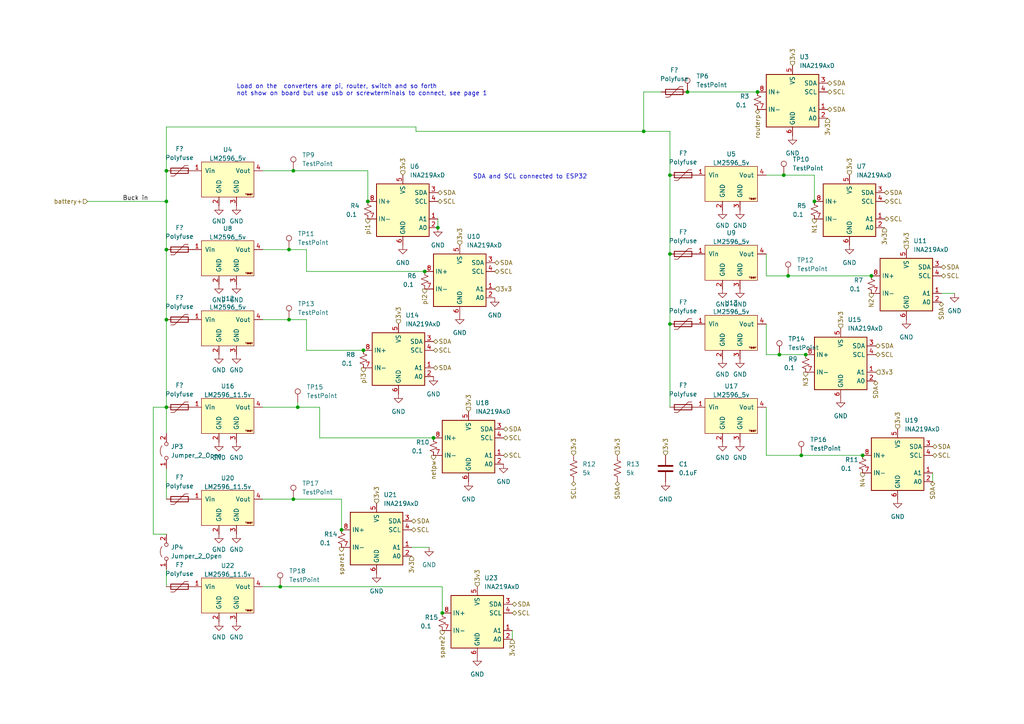
<source format=kicad_sch>
(kicad_sch (version 20211123) (generator eeschema)
  (paper "A4")
  (lib_symbols
    (symbol "Analog_ADC:INA219AxD"
      (property "Reference" "U" (at -6.35 8.89 0))
      (property "Value" "INA219AxD" (at 5.08 8.89 0))
      (symbol "INA219AxD_0_1"
        (rectangle (start -7.62 7.62) (end 7.62 -7.62) (stroke (width 0.254)) (fill (type background)))
      )
      (symbol "INA219AxD_1_1"
        (pin input line (at 10.16 -2.54 180) (length 2.54) (name "A1") (number "1"))
        (pin input line (at 10.16 -5.08 180) (length 2.54) (name "A0") (number "2"))
        (pin bidirectional line (at 10.16 5.08 180) (length 2.54) (name "SDA") (number "3"))
        (pin input line (at 10.16 2.54 180) (length 2.54) (name "SCL") (number "4"))
        (pin power_in line (at 0 10.16 270) (length 2.54) (name "VS") (number "5"))
        (pin power_in line (at 0 -10.16 90) (length 2.54) (name "GND") (number "6"))
        (pin input line (at -10.16 -2.54 0) (length 2.54) (name "IN-") (number "7"))
        (pin input line (at -10.16 2.54 0) (length 2.54) (name "IN+") (number "8"))
      )
    )
    (symbol "Connector:TestPoint" (pin_numbers hide) (pin_names (offset 0.762) hide)
      (property "Reference" "TP" (at 0 6.858 0))
      (property "Value" "TestPoint" (at 0 5.08 0))
      (symbol "TestPoint_0_1"
        (circle (center 0 3.302) (radius 0.762))
      )
      (symbol "TestPoint_1_1"
        (pin passive line (at 0 0 90) (length 2.54) (name "1") (number "1"))
      )
    )
    (symbol "Device:C" (pin_numbers hide) (pin_names (offset 0.254))
      (property "Reference" "C" (at 0.635 2.54 0))
      (property "Value" "C" (at 0.635 -2.54 0))
      (symbol "C_0_1"
        (polyline (pts (xy -2.032 -0.762) (xy 2.032 -0.762)) (stroke (width 0.508)))
        (polyline (pts (xy -2.032 0.762) (xy 2.032 0.762)) (stroke (width 0.508)))
      )
      (symbol "C_1_1"
        (pin passive line (at 0 3.81 270) (length 2.794) (name "~") (number "1"))
        (pin passive line (at 0 -3.81 90) (length 2.794) (name "~") (number "2"))
      )
    )
    (symbol "Device:Polyfuse" (pin_numbers hide) (pin_names (offset 0))
      (property "Reference" "F" (at -2.54 0 90))
      (property "Value" "Polyfuse" (at 2.54 0 90))
      (symbol "Polyfuse_0_1"
        (rectangle (start -0.762 2.54) (end 0.762 -2.54) (stroke (width 0.254)))
        (polyline (pts (xy 0 2.54) (xy 0 -2.54)))
        (polyline (pts (xy -1.524 2.54) (xy -1.524 1.524) (xy 1.524 -1.524) (xy 1.524 -2.54)))
      )
      (symbol "Polyfuse_1_1"
        (pin passive line (at 0 3.81 270) (length 1.27) (name "~") (number "1"))
        (pin passive line (at 0 -3.81 90) (length 1.27) (name "~") (number "2"))
      )
    )
    (symbol "Device:R_Small_US" (pin_numbers hide) (pin_names (offset 0.254) hide)
      (property "Reference" "R" (at 0.762 0.508 0))
      (property "Value" "R_Small_US" (at 0.762 -1.016 0))
      (symbol "R_Small_US_1_1"
        (polyline (pts (xy 0 0) (xy 1.016 -0.381) (xy 0 -0.762) (xy -1.016 -1.143) (xy 0 -1.524)))
        (polyline (pts (xy 0 1.524) (xy 1.016 1.143) (xy 0 0.762) (xy -1.016 0.381) (xy 0 0)))
        (pin passive line (at 0 2.54 270) (length 1.016) (name "~") (number "1"))
        (pin passive line (at 0 -2.54 90) (length 1.016) (name "~") (number "2"))
      )
    )
    (symbol "Device:R_US" (pin_numbers hide) (pin_names (offset 0))
      (property "Reference" "R" (at 2.54 0 90))
      (property "Value" "R_US" (at -2.54 0 90))
      (symbol "R_US_0_1"
        (polyline (pts (xy 0 -2.286) (xy 0 -2.54)))
        (polyline (pts (xy 0 2.286) (xy 0 2.54)))
        (polyline (pts (xy 0 -0.762) (xy 1.016 -1.143) (xy 0 -1.524) (xy -1.016 -1.905) (xy 0 -2.286)))
        (polyline (pts (xy 0 0.762) (xy 1.016 0.381) (xy 0 0) (xy -1.016 -0.381) (xy 0 -0.762)))
        (polyline (pts (xy 0 2.286) (xy 1.016 1.905) (xy 0 1.524) (xy -1.016 1.143) (xy 0 0.762)))
      )
      (symbol "R_US_1_1"
        (pin passive line (at 0 3.81 270) (length 1.27) (name "~") (number "1"))
        (pin passive line (at 0 -3.81 90) (length 1.27) (name "~") (number "2"))
      )
    )
    (symbol "Jumper:Jumper_2_Open" (pin_names (offset 0) hide)
      (property "Reference" "JP" (at 0 2.794 0))
      (property "Value" "Jumper_2_Open" (at 0 -2.286 0))
      (symbol "Jumper_2_Open_0_0"
        (circle (center -2.032 0) (radius 0.508))
        (circle (center 2.032 0) (radius 0.508))
      )
      (symbol "Jumper_2_Open_0_1"
        (arc (start 1.524 1.27) (mid 0 1.778) (end -1.524 1.27))
      )
      (symbol "Jumper_2_Open_1_1"
        (pin passive line (at -5.08 0 0) (length 2.54) (name "A") (number "1"))
        (pin passive line (at 5.08 0 180) (length 2.54) (name "B") (number "2"))
      )
    )
    (symbol "power:GND" (power) (pin_names (offset 0))
      (property "Value" "GND" (at 0 -3.81 0))
      (symbol "GND_0_1"
        (polyline (pts (xy 0 0) (xy 0 -1.27) (xy 1.27 -1.27) (xy 0 -2.54) (xy -1.27 -1.27) (xy 0 -1.27)))
      )
      (symbol "GND_1_1"
        (pin power_in line (at 0 0 270) (length 0) hide (name "GND") (number "1"))
      )
    )
    (symbol "powermanagement:YAAJ_DCDC_StepDown_LM2596" (pin_names (offset 1.016))
      (property "Reference" "U" (at -5.08 6.35 0))
      (property "Value" "YAAJ_DCDC_StepDown_LM2596" (at 0 11.43 0))
      (symbol "YAAJ_DCDC_StepDown_LM2596_0_1"
        (rectangle (start -7.62 5.08) (end 7.62 -5.08) (fill (type background)))
      )
      (symbol "YAAJ_DCDC_StepDown_LM2596_1_1"
        (text "Y@@V" (at 6.1976 -4.2672 0) (effects (font (size 0.508 0.508))))
        (pin power_in line (at -10.16 2.54 0) (length 2.54) (name "Vin") (number "1"))
        (pin power_in line (at -2.54 -7.62 90) (length 2.54) (name "GND") (number "2"))
        (pin power_in line (at 2.54 -7.62 90) (length 2.54) (name "GND") (number "3"))
        (pin power_out line (at 10.16 2.54 180) (length 2.54) (name "Vout") (number "4"))
      )
    )
  )
  (junction (at 219.71 26.67))
  (junction (at 125.73 127))
  (junction (at 227.33 50.8))
  (junction (at 199.39 26.67))
  (junction (at 81.28 170.18))
  (junction (at 228.6 80.01))
  (junction (at 236.22 58.42))
  (junction (at 128.27 177.8))
  (junction (at 105.41 101.6))
  (junction (at 83.82 72.39))
  (junction (at 99.06 153.67))
  (junction (at 48.26 72.39))
  (junction (at 48.26 118.11))
  (junction (at 85.09 49.53))
  (junction (at 83.82 92.71))
  (junction (at 123.19 78.74))
  (junction (at 86.36 118.11))
  (junction (at 48.26 92.71))
  (junction (at 48.26 49.53))
  (junction (at 233.68 102.87))
  (junction (at 250.19 132.08))
  (junction (at 194.31 73.66))
  (junction (at 226.06 102.87))
  (junction (at 127 66.04))
  (junction (at 106.68 58.42))
  (junction (at 194.31 93.98))
  (junction (at 232.41 132.08))
  (junction (at 186.69 38.1))
  (junction (at 194.31 50.8))
  (junction (at 85.09 144.78))
  (junction (at 48.26 58.42))
  (junction (at 252.73 80.01))
  (wire (pts (xy 222.25 102.87) (xy 222.25 93.98)))
  (wire (pts (xy 44.45 118.11) (xy 44.45 154.94)))
  (wire (pts (xy 88.9 101.6) (xy 88.9 92.71)))
  (wire (pts (xy 250.19 132.08) (xy 232.41 132.08)))
  (wire (pts (xy 25.4 58.42) (xy 48.26 58.42)))
  (wire (pts (xy 76.2 49.53) (xy 85.09 49.53)))
  (wire (pts (xy 270.51 137.16) (xy 270.51 139.7)))
  (wire (pts (xy 273.05 85.09) (xy 276.86 85.09)))
  (wire (pts (xy 123.19 78.74) (xy 88.9 78.74)))
  (wire (pts (xy 48.26 58.42) (xy 48.26 72.39)))
  (wire (pts (xy 236.22 58.42) (xy 236.22 50.8)))
  (wire (pts (xy 48.26 36.83) (xy 120.65 36.83)))
  (wire (pts (xy 199.39 26.67) (xy 219.71 26.67)))
  (wire (pts (xy 194.31 38.1) (xy 194.31 50.8)))
  (wire (pts (xy 236.22 50.8) (xy 227.33 50.8)))
  (wire (pts (xy 233.68 102.87) (xy 226.06 102.87)))
  (wire (pts (xy 86.36 118.11) (xy 92.71 118.11)))
  (wire (pts (xy 232.41 132.08) (xy 222.25 132.08)))
  (wire (pts (xy 88.9 78.74) (xy 88.9 72.39)))
  (wire (pts (xy 83.82 92.71) (xy 88.9 92.71)))
  (wire (pts (xy 48.26 165.1) (xy 48.26 170.18)))
  (wire (pts (xy 120.65 38.1) (xy 120.65 36.83)))
  (wire (pts (xy 222.25 132.08) (xy 222.25 118.11)))
  (wire (pts (xy 48.26 118.11) (xy 44.45 118.11)))
  (wire (pts (xy 186.69 26.67) (xy 191.77 26.67)))
  (wire (pts (xy 86.36 116.84) (xy 86.36 118.11)))
  (wire (pts (xy 228.6 80.01) (xy 222.25 80.01)))
  (wire (pts (xy 222.25 80.01) (xy 222.25 73.66)))
  (wire (pts (xy 48.26 49.53) (xy 48.26 58.42)))
  (wire (pts (xy 48.26 92.71) (xy 48.26 118.11)))
  (wire (pts (xy 48.26 118.11) (xy 48.26 125.73)))
  (wire (pts (xy 83.82 72.39) (xy 88.9 72.39)))
  (wire (pts (xy 76.2 92.71) (xy 83.82 92.71)))
  (wire (pts (xy 194.31 73.66) (xy 194.31 93.98)))
  (wire (pts (xy 194.31 50.8) (xy 194.31 73.66)))
  (wire (pts (xy 186.69 38.1) (xy 120.65 38.1)))
  (wire (pts (xy 105.41 101.6) (xy 88.9 101.6)))
  (wire (pts (xy 48.26 72.39) (xy 48.26 92.71)))
  (wire (pts (xy 76.2 118.11) (xy 86.36 118.11)))
  (wire (pts (xy 81.28 170.18) (xy 128.27 170.18)))
  (wire (pts (xy 44.45 154.94) (xy 48.26 154.94)))
  (wire (pts (xy 48.26 49.53) (xy 48.26 36.83)))
  (wire (pts (xy 119.38 158.75) (xy 124.46 158.75)))
  (wire (pts (xy 125.73 127) (xy 92.71 127)))
  (wire (pts (xy 226.06 102.87) (xy 222.25 102.87)))
  (wire (pts (xy 85.09 144.78) (xy 99.06 144.78)))
  (wire (pts (xy 252.73 80.01) (xy 228.6 80.01)))
  (wire (pts (xy 148.59 182.88) (xy 148.59 185.42)))
  (wire (pts (xy 76.2 144.78) (xy 85.09 144.78)))
  (wire (pts (xy 128.27 170.18) (xy 128.27 177.8)))
  (wire (pts (xy 92.71 127) (xy 92.71 118.11)))
  (wire (pts (xy 127 63.5) (xy 127 66.04)))
  (wire (pts (xy 85.09 49.53) (xy 106.68 49.53)))
  (wire (pts (xy 186.69 38.1) (xy 194.31 38.1)))
  (wire (pts (xy 194.31 93.98) (xy 194.31 118.11)))
  (wire (pts (xy 106.68 58.42) (xy 106.68 49.53)))
  (wire (pts (xy 227.33 50.8) (xy 222.25 50.8)))
  (wire (pts (xy 76.2 170.18) (xy 81.28 170.18)))
  (wire (pts (xy 76.2 72.39) (xy 83.82 72.39)))
  (wire (pts (xy 186.69 38.1) (xy 186.69 26.67)))
  (wire (pts (xy 99.06 144.78) (xy 99.06 153.67)))
  (wire (pts (xy 48.26 135.89) (xy 48.26 144.78)))
  (text "Load on the  converters are pi, router, switch and so forth\nnot show on board but use usb or screwterminals to connect, see page 1\n" (at 68.58 27.94 0) (effects (font (size 1.27 1.27)) (justify left bottom)))
  (text "SDA and SCL connected to ESP32" (at 137.16 52.07 0) (effects (font (size 1.27 1.27)) (justify left bottom)))
  (label "Buck in" (at 35.56 58.42 0))
  (hierarchical_label "SDA" (shape bidirectional) (at 119.38 151.13 0))
  (hierarchical_label "SDA" (shape bidirectional) (at 256.54 55.88 0))
  (hierarchical_label "SDA" (shape bidirectional) (at 146.05 124.46 0))
  (hierarchical_label "SCL" (shape bidirectional) (at 127 58.42 0))
  (hierarchical_label "SCL" (shape bidirectional) (at 273.05 80.01 0))
  (hierarchical_label "3v3" (shape input) (at 148.59 185.42 270))
  (hierarchical_label "SDA" (shape bidirectional) (at 125.73 99.06 0))
  (hierarchical_label "SCL" (shape bidirectional) (at 256.54 63.5 0))
  (hierarchical_label "SCL" (shape bidirectional) (at 125.73 101.6 0))
  (hierarchical_label "SCL" (shape bidirectional) (at 270.51 132.08 0))
  (hierarchical_label "3v3" (shape input) (at 143.51 83.82 0))
  (hierarchical_label "pi2" (shape output) (at 123.19 83.82 270))
  (hierarchical_label "3v3" (shape input) (at 260.35 124.46 90))
  (hierarchical_label "3v3" (shape input) (at 119.38 161.29 270))
  (hierarchical_label "netpw" (shape output) (at 125.73 132.08 270))
  (hierarchical_label "pi3" (shape output) (at 105.41 106.68 270))
  (hierarchical_label "SDA" (shape bidirectional) (at 143.51 76.2 0))
  (hierarchical_label "battery+" (shape input) (at 25.4 58.42 180))
  (hierarchical_label "spare2" (shape output) (at 128.27 182.88 270))
  (hierarchical_label "3v3" (shape input) (at 115.57 93.98 90))
  (hierarchical_label "SDA" (shape bidirectional) (at 179.07 139.7 270))
  (hierarchical_label "3v3" (shape input) (at 135.89 119.38 90))
  (hierarchical_label "SCL" (shape bidirectional) (at 166.37 139.7 270))
  (hierarchical_label "3v3" (shape input) (at 116.84 50.8 90))
  (hierarchical_label "SDA" (shape bidirectional) (at 273.05 77.47 0))
  (hierarchical_label "SDA" (shape bidirectional) (at 125.73 106.68 0))
  (hierarchical_label "3v3" (shape input) (at 193.04 132.08 90))
  (hierarchical_label "3v3" (shape input) (at 109.22 146.05 90))
  (hierarchical_label "SDA" (shape bidirectional) (at 254 100.33 0))
  (hierarchical_label "pi1" (shape output) (at 106.68 63.5 270))
  (hierarchical_label "3v3" (shape input) (at 229.87 19.05 90))
  (hierarchical_label "SCL" (shape bidirectional) (at 254 102.87 0))
  (hierarchical_label "SDA" (shape bidirectional) (at 254 110.49 270))
  (hierarchical_label "SCL" (shape bidirectional) (at 143.51 78.74 0))
  (hierarchical_label "3v3" (shape input) (at 246.38 50.8 90))
  (hierarchical_label "spare1" (shape output) (at 99.06 158.75 270))
  (hierarchical_label "SCL" (shape bidirectional) (at 146.05 132.08 0))
  (hierarchical_label "SCL" (shape bidirectional) (at 146.05 127 0))
  (hierarchical_label "3v3" (shape input) (at 254 107.95 0))
  (hierarchical_label "N3" (shape output) (at 233.68 107.95 270))
  (hierarchical_label "SCL" (shape bidirectional) (at 256.54 58.42 0))
  (hierarchical_label "3v3" (shape input) (at 256.54 66.04 270))
  (hierarchical_label "routerp" (shape bidirectional) (at 219.71 31.75 270))
  (hierarchical_label "SDA" (shape bidirectional) (at 240.03 31.75 0))
  (hierarchical_label "3v3" (shape input) (at 243.84 95.25 90))
  (hierarchical_label "3v3" (shape input) (at 240.03 34.29 270))
  (hierarchical_label "SDA" (shape bidirectional) (at 273.05 87.63 270))
  (hierarchical_label "N1" (shape output) (at 236.22 63.5 270))
  (hierarchical_label "N4" (shape output) (at 250.19 137.16 270))
  (hierarchical_label "SCL" (shape bidirectional) (at 240.03 26.67 0))
  (hierarchical_label "SCL" (shape bidirectional) (at 148.59 177.8 0))
  (hierarchical_label "3v3" (shape input) (at 138.43 170.18 90))
  (hierarchical_label "SDA" (shape bidirectional) (at 270.51 139.7 270))
  (hierarchical_label "SCL" (shape bidirectional) (at 119.38 153.67 0))
  (hierarchical_label "SDA" (shape bidirectional) (at 270.51 129.54 0))
  (hierarchical_label "N2" (shape output) (at 252.73 85.09 270))
  (hierarchical_label "SDA" (shape bidirectional) (at 148.59 175.26 0))
  (hierarchical_label "SDA" (shape bidirectional) (at 240.03 24.13 0))
  (hierarchical_label "3v3" (shape input) (at 166.37 132.08 90))
  (hierarchical_label "3v3" (shape input) (at 133.35 71.12 90))
  (hierarchical_label "3v3" (shape input) (at 262.89 72.39 90))
  (hierarchical_label "3v3" (shape input) (at 179.07 132.08 90))
  (hierarchical_label "SDA" (shape bidirectional) (at 127 55.88 0))
  (symbol (lib_id "power:GND") (at 209.55 83.82 0) (unit 1)
    (property "Reference" "#PWR023" (effects hide))
    (property "Value" "GND" (at 209.55 88.2634 0))
  )
  (symbol (lib_id "power:GND") (at 68.58 82.55 0) (unit 1)
    (property "Reference" "#PWR022" (effects hide))
    (property "Value" "GND" (at 68.58 86.9934 0))
  )
  (symbol (lib_id "Device:Polyfuse") (at 52.07 170.18 90) (unit 1)
    (property "Reference" "F?" (at 52.07 163.83 90))
    (property "Value" "Polyfuse" (at 52.07 166.37 90))
    (property "Purchase" "https://www.digikey.com/en/products/detail/bel-fuse-inc/0ZCF0200AF2C/4156090" (effects hide))
  )
  (symbol (lib_id "power:GND") (at 193.04 139.7 0) (unit 1)
    (property "Reference" "#PWR041" (effects hide))
    (property "Value" "GND" (at 193.04 144.78 0))
  )
  (symbol (lib_id "power:GND") (at 68.58 180.34 0) (unit 1)
    (property "Reference" "#PWR048" (effects hide))
    (property "Value" "GND" (at 68.58 184.7834 0))
  )
  (symbol (lib_id "power:GND") (at 209.55 128.27 0) (unit 1)
    (property "Reference" "#PWR037" (effects hide))
    (property "Value" "GND" (at 209.55 132.7134 0))
  )
  (symbol (lib_id "Device:Polyfuse") (at 198.12 73.66 90) (unit 1)
    (property "Reference" "F?" (at 198.12 67.31 90))
    (property "Value" "Polyfuse" (at 198.12 69.85 90))
    (property "Purchase" "https://www.digikey.com/en/products/detail/bel-fuse-inc/0ZCF0200AF2C/4156090" (effects hide))
  )
  (symbol (lib_id "Connector:TestPoint") (at 86.36 116.84 0) (unit 1)
    (property "Reference" "TP15" (at 88.9 112.2679 0) (effects (justify left)))
    (property "Value" "TestPoint" (at 88.9 114.8079 0) (effects (justify left)))
    (property "Footprint" "TestPoint:TestPoint_Plated_Hole_D2.0mm" (effects hide))
    (property "Purchase" "JUST PAD" (effects hide))
  )
  (symbol (lib_id "Device:Polyfuse") (at 52.07 49.53 90) (unit 1)
    (property "Reference" "F?" (at 52.07 43.18 90))
    (property "Value" "Polyfuse" (at 52.07 45.72 90))
    (property "Purchase" "https://www.digikey.com/en/products/detail/bel-fuse-inc/0ZCF0200AF2C/4156090" (effects hide))
  )
  (symbol (lib_id "power:GND") (at 260.35 144.78 0) (unit 1)
    (property "Reference" "#PWR042" (effects hide))
    (property "Value" "GND" (at 260.35 149.86 0))
  )
  (symbol (lib_id "Connector:TestPoint") (at 228.6 80.01 0) (unit 1)
    (property "Reference" "TP12" (at 231.14 75.4379 0) (effects (justify left)))
    (property "Value" "TestPoint" (at 231.14 77.9779 0) (effects (justify left)))
    (property "Footprint" "TestPoint:TestPoint_Plated_Hole_D2.0mm" (effects hide))
    (property "Purchase" "JUST PAD" (effects hide))
  )
  (symbol (lib_id "power:GND") (at 116.84 71.12 0) (unit 1)
    (property "Reference" "#PWR019" (effects hide))
    (property "Value" "GND" (at 116.84 76.2 0))
  )
  (symbol (lib_id "Device:R_Small_US") (at 252.73 82.55 180) (unit 1)
    (property "Reference" "R7" (at 247.65 81.28 0) (effects (justify right)))
    (property "Value" "0.1" (at 246.38 83.82 0) (effects (justify right)))
    (property "Footprint" "Resistor_SMD:R_2816_7142Metric_Pad3.20x4.45mm_HandSolder" (effects hide))
    (property "Purchase" "https://www.digikey.com/en/products/detail/rohm-semiconductor/GMR320HJCFAR100/14295624?s=N4IgjCBcpgbFoDGUBmBDANgZwKYBoQB7KAbRAFYAGSsSgZhAF0CAHAFyhAGU2AnASwB2AcxABfAgCZKADnIIQySOmz4ipcNQAEAWwDyACx1YmrDpBABVQfzZ6UAWRxosAV145xEkJI1YDroJsWh4mjGJAA" (effects hide))
  )
  (symbol (lib_id "Device:R_Small_US") (at 123.19 81.28 180) (unit 1)
    (property "Reference" "R6" (at 118.11 80.01 0) (effects (justify right)))
    (property "Value" "0.1" (at 116.84 82.55 0) (effects (justify right)))
    (property "Footprint" "Resistor_SMD:R_2816_7142Metric_Pad3.20x4.45mm_HandSolder" (effects hide))
    (property "Purchase" "https://www.digikey.com/en/products/detail/rohm-semiconductor/GMR320HJCFAR100/14295624?s=N4IgjCBcpgbFoDGUBmBDANgZwKYBoQB7KAbRAFYAGSsSgZhAF0CAHAFyhAGU2AnASwB2AcxABfAgCZKADnIIQySOmz4ipcNQAEAWwDyACx1YmrDpBABVQfzZ6UAWRxosAV145xEkJI1YDroJsWh4mjGJAA" (effects hide))
  )
  (symbol (lib_id "Connector:TestPoint") (at 226.06 102.87 0) (unit 1)
    (property "Reference" "TP14" (at 228.6 98.2979 0) (effects (justify left)))
    (property "Value" "TestPoint" (at 228.6 100.8379 0) (effects (justify left)))
    (property "Footprint" "TestPoint:TestPoint_Plated_Hole_D2.0mm" (effects hide))
    (property "Purchase" "JUST PAD" (effects hide))
  )
  (symbol (lib_id "power:GND") (at 63.5 180.34 0) (unit 1)
    (property "Reference" "#PWR047" (effects hide))
    (property "Value" "GND" (at 63.5 184.7834 0))
  )
  (symbol (lib_id "powermanagement:YAAJ_DCDC_StepDown_LM2596") (at 212.09 76.2 0) (unit 1)
    (property "Reference" "U9" (at 212.09 67.5472 0))
    (property "Value" "LM2596_5v" (at 212.09 70.0841 0))
    (property "Footprint" "lm2596:DC_DC_LM2596_small" (effects hide))
    (property "Purchase" "https://www.amazon.com/LM2596-Converter-Module-Supply-1-23V-30V/dp/B008BHBEE0" (effects hide))
  )
  (symbol (lib_id "power:GND") (at 262.89 92.71 0) (unit 1)
    (property "Reference" "#PWR027" (effects hide))
    (property "Value" "GND" (at 262.89 97.79 0))
  )
  (symbol (lib_id "Device:Polyfuse") (at 198.12 93.98 90) (unit 1)
    (property "Reference" "F?" (at 198.12 87.63 90))
    (property "Value" "Polyfuse" (at 198.12 90.17 90))
    (property "Purchase" "https://www.digikey.com/en/products/detail/bel-fuse-inc/0ZCF0200AF2C/4156090" (effects hide))
  )
  (symbol (lib_id "power:GND") (at 214.63 83.82 0) (unit 1)
    (property "Reference" "#PWR024" (effects hide))
    (property "Value" "GND" (at 214.63 88.2634 0))
  )
  (symbol (lib_id "power:GND") (at 63.5 128.27 0) (unit 1)
    (property "Reference" "#PWR035" (effects hide))
    (property "Value" "GND" (at 63.5 132.7134 0))
  )
  (symbol (lib_id "Connector:TestPoint") (at 227.33 50.8 0) (unit 1)
    (property "Reference" "TP10" (at 229.87 46.2279 0) (effects (justify left)))
    (property "Value" "TestPoint" (at 229.87 48.7679 0) (effects (justify left)))
    (property "Footprint" "TestPoint:TestPoint_Plated_Hole_D2.0mm" (effects hide))
    (property "Purchase" "JUST PAD" (effects hide))
  )
  (symbol (lib_id "power:GND") (at 209.55 60.96 0) (unit 1)
    (property "Reference" "#PWR016" (effects hide))
    (property "Value" "GND" (at 209.55 65.4034 0))
  )
  (symbol (lib_id "Device:R_US") (at 166.37 135.89 0) (unit 1)
    (property "Reference" "R12" (at 168.91 134.6199 0) (effects (justify left)))
    (property "Value" "5k" (at 168.91 137.1599 0) (effects (justify left)))
    (property "Footprint" "Resistor_SMD:R_1206_3216Metric_Pad1.30x1.75mm_HandSolder" (effects hide))
    (property "Purchase" "https://www.digikey.com/en/products/detail/yageo/RT1206BRD075KL/5936961" (effects hide))
  )
  (symbol (lib_id "power:GND") (at 124.46 158.75 0) (unit 1)
    (property "Reference" "#PWR045" (effects hide))
    (property "Value" "GND" (at 124.46 163.83 0))
  )
  (symbol (lib_id "power:GND") (at 63.5 82.55 0) (unit 1)
    (property "Reference" "#PWR021" (effects hide))
    (property "Value" "GND" (at 63.5 86.9934 0))
  )
  (symbol (lib_id "Device:R_Small_US") (at 236.22 60.96 180) (unit 1)
    (property "Reference" "R5" (at 231.14 59.69 0) (effects (justify right)))
    (property "Value" "0.1" (at 229.87 62.23 0) (effects (justify right)))
    (property "Footprint" "Resistor_SMD:R_2816_7142Metric_Pad3.20x4.45mm_HandSolder" (effects hide))
    (property "Purchase" "https://www.digikey.com/en/products/detail/rohm-semiconductor/GMR320HJCFAR100/14295624?s=N4IgjCBcpgbFoDGUBmBDANgZwKYBoQB7KAbRAFYAGSsSgZhAF0CAHAFyhAGU2AnASwB2AcxABfAgCZKADnIIQySOmz4ipcNQAEAWwDyACx1YmrDpBABVQfzZ6UAWRxosAV145xEkJI1YDroJsWh4mjGJAA" (effects hide))
  )
  (symbol (lib_id "powermanagement:YAAJ_DCDC_StepDown_LM2596") (at 66.04 172.72 0) (unit 1)
    (property "Reference" "U22" (at 66.04 164.0672 0))
    (property "Value" "LM2596_11.5v" (at 66.04 166.6041 0))
    (property "Footprint" "lm2596:DC_DC_LM2596_small" (effects hide))
    (property "Purchase" "IN LAB" (effects hide))
  )
  (symbol (lib_id "powermanagement:YAAJ_DCDC_StepDown_LM2596") (at 212.09 120.65 0) (unit 1)
    (property "Reference" "U17" (at 212.09 111.9972 0))
    (property "Value" "LM2596_5v" (at 212.09 114.5341 0))
    (property "Footprint" "lm2596:DC_DC_LM2596_small" (effects hide))
    (property "Purchase" "https://www.amazon.com/LM2596-Converter-Module-Supply-1-23V-30V/dp/B008BHBEE0" (effects hide))
  )
  (symbol (lib_id "Device:C") (at 193.04 135.89 0) (unit 1)
    (property "Reference" "C1" (at 196.85 134.6199 0) (effects (justify left)))
    (property "Value" "0.1uF" (at 196.85 137.1599 0) (effects (justify left)))
    (property "Footprint" "Capacitor_SMD:C_1210_3225Metric_Pad1.33x2.70mm_HandSolder" (effects hide))
    (property "Datasheet" "https://www.digikey.com/en/products/detail/kemet/CDR33BX104AKSS7370/3738766" (effects hide))
    (property "Purchase" "https://www.digikey.com/en/products/detail/kemet/CDR33BX104AKUR7370/2657815" (effects hide))
  )
  (symbol (lib_id "power:GND") (at 143.51 86.36 0) (unit 1)
    (property "Reference" "#PWR026" (effects hide))
    (property "Value" "GND" (at 143.51 91.44 0))
  )
  (symbol (lib_id "Analog_ADC:INA219AxD") (at 109.22 156.21 0) (unit 1)
    (property "Reference" "U21" (at 111.2394 143.51 0) (effects (justify left)))
    (property "Value" "INA219AxD" (at 111.2394 146.05 0) (effects (justify left)))
    (property "Footprint" "Package_SO:SOIC-8_3.9x4.9mm_P1.27mm" (effects hide))
    (property "Datasheet" "http://www.ti.com/lit/ds/symlink/ina219.pdf" (effects hide))
    (property "Purchase" "https://www.digikey.com/en/products/detail/texas-instruments/INA219AIDR/1984881" (effects hide))
  )
  (symbol (lib_id "Analog_ADC:INA219AxD") (at 138.43 180.34 0) (unit 1)
    (property "Reference" "U23" (at 140.4494 167.64 0) (effects (justify left)))
    (property "Value" "INA219AxD" (at 140.4494 170.18 0) (effects (justify left)))
    (property "Footprint" "Package_SO:SOIC-8_3.9x4.9mm_P1.27mm" (effects hide))
    (property "Datasheet" "http://www.ti.com/lit/ds/symlink/ina219.pdf" (effects hide))
    (property "Purchase" "https://www.digikey.com/en/products/detail/texas-instruments/INA219AIDR/1984881" (effects hide))
  )
  (symbol (lib_id "power:GND") (at 214.63 60.96 0) (unit 1)
    (property "Reference" "#PWR017" (effects hide))
    (property "Value" "GND" (at 214.63 65.4034 0))
  )
  (symbol (lib_id "Jumper:Jumper_2_Open") (at 48.26 130.81 90) (unit 1)
    (property "Reference" "JP3" (at 49.53 129.5399 90) (effects (justify right)))
    (property "Value" "Jumper_2_Open" (at 49.53 132.0799 90) (effects (justify right)))
    (property "Footprint" "Connector_PinHeader_2.00mm:PinHeader_1x02_P2.00mm_Horizontal" (effects hide))
    (property "Purchase" "NA, JUST pads" (effects hide))
  )
  (symbol (lib_id "powermanagement:YAAJ_DCDC_StepDown_LM2596") (at 66.04 52.07 0) (unit 1)
    (property "Reference" "U4" (at 66.04 43.4172 0))
    (property "Value" "LM2596_5v" (at 66.04 45.9541 0))
    (property "Footprint" "lm2596:DC_DC_LM2596_small" (effects hide))
    (property "Purchase" "https://www.amazon.com/LM2596-Converter-Module-Supply-1-23V-30V/dp/B008BHBEE0" (effects hide))
  )
  (symbol (lib_id "power:GND") (at 133.35 91.44 0) (unit 1)
    (property "Reference" "#PWR0103" (effects hide))
    (property "Value" "GND" (at 133.35 96.52 0))
  )
  (symbol (lib_id "Analog_ADC:INA219AxD") (at 229.87 29.21 0) (unit 1)
    (property "Reference" "U3" (at 231.8894 16.51 0) (effects (justify left)))
    (property "Value" "INA219AxD" (at 231.8894 19.05 0) (effects (justify left)))
    (property "Footprint" "Package_SO:SOIC-8_3.9x4.9mm_P1.27mm" (effects hide))
    (property "Datasheet" "http://www.ti.com/lit/ds/symlink/ina219.pdf" (effects hide))
    (property "Purchase" "https://www.digikey.com/en/products/detail/texas-instruments/INA219AIDR/1984881" (effects hide))
  )
  (symbol (lib_id "Connector:TestPoint") (at 199.39 26.67 0) (unit 1)
    (property "Reference" "TP6" (at 201.93 22.0979 0) (effects (justify left)))
    (property "Value" "TestPoint" (at 201.93 24.6379 0) (effects (justify left)))
    (property "Footprint" "TestPoint:TestPoint_Plated_Hole_D2.0mm" (effects hide))
    (property "Purchase" "JUST PAD" (effects hide))
  )
  (symbol (lib_id "power:GND") (at 63.5 102.87 0) (unit 1)
    (property "Reference" "#PWR028" (effects hide))
    (property "Value" "GND" (at 63.5 107.3134 0))
  )
  (symbol (lib_id "Device:Polyfuse") (at 52.07 92.71 90) (unit 1)
    (property "Reference" "F?" (at 52.07 86.36 90))
    (property "Value" "Polyfuse" (at 52.07 88.9 90))
    (property "Purchase" "https://www.digikey.com/en/products/detail/bel-fuse-inc/0ZCF0200AF2C/4156090" (effects hide))
  )
  (symbol (lib_id "Analog_ADC:INA219AxD") (at 260.35 134.62 0) (unit 1)
    (property "Reference" "U19" (at 262.3694 121.92 0) (effects (justify left)))
    (property "Value" "INA219AxD" (at 262.3694 124.46 0) (effects (justify left)))
    (property "Footprint" "Package_SO:SOIC-8_3.9x4.9mm_P1.27mm" (effects hide))
    (property "Datasheet" "http://www.ti.com/lit/ds/symlink/ina219.pdf" (effects hide))
    (property "Purchase" "https://www.digikey.com/en/products/detail/texas-instruments/INA219AIDR/1984881" (effects hide))
  )
  (symbol (lib_id "power:GND") (at 138.43 190.5 0) (unit 1)
    (property "Reference" "#PWR049" (effects hide))
    (property "Value" "GND" (at 138.43 195.58 0))
  )
  (symbol (lib_id "power:GND") (at 68.58 154.94 0) (unit 1)
    (property "Reference" "#PWR044" (effects hide))
    (property "Value" "GND" (at 68.58 159.3834 0))
  )
  (symbol (lib_id "Device:R_Small_US") (at 99.06 156.21 180) (unit 1)
    (property "Reference" "R14" (at 93.98 154.94 0) (effects (justify right)))
    (property "Value" "0.1" (at 92.71 157.48 0) (effects (justify right)))
    (property "Footprint" "Resistor_SMD:R_2816_7142Metric_Pad3.20x4.45mm_HandSolder" (effects hide))
    (property "Purchase" "https://www.digikey.com/en/products/detail/rohm-semiconductor/GMR320HJCFAR100/14295624?s=N4IgjCBcpgbFoDGUBmBDANgZwKYBoQB7KAbRAFYAGSsSgZhAF0CAHAFyhAGU2AnASwB2AcxABfAgCZKADnIIQySOmz4ipcNQAEAWwDyACx1YmrDpBABVQfzZ6UAWRxosAV145xEkJI1YDroJsWh4mjGJAA" (effects hide))
  )
  (symbol (lib_id "Connector:TestPoint") (at 85.09 49.53 0) (unit 1)
    (property "Reference" "TP9" (at 87.63 44.9579 0) (effects (justify left)))
    (property "Value" "TestPoint" (at 87.63 47.4979 0) (effects (justify left)))
    (property "Footprint" "TestPoint:TestPoint_Plated_Hole_D2.0mm" (effects hide))
    (property "Purchase" "JUST PAD" (effects hide))
  )
  (symbol (lib_id "Analog_ADC:INA219AxD") (at 262.89 82.55 0) (unit 1)
    (property "Reference" "U11" (at 264.9094 69.85 0) (effects (justify left)))
    (property "Value" "INA219AxD" (at 264.9094 72.39 0) (effects (justify left)))
    (property "Footprint" "Package_SO:SOIC-8_3.9x4.9mm_P1.27mm" (effects hide))
    (property "Datasheet" "http://www.ti.com/lit/ds/symlink/ina219.pdf" (effects hide))
    (property "Purchase" "https://www.digikey.com/en/products/detail/texas-instruments/INA219AIDR/1984881" (effects hide))
  )
  (symbol (lib_id "Device:R_Small_US") (at 105.41 104.14 180) (unit 1)
    (property "Reference" "R8" (at 100.33 102.87 0) (effects (justify right)))
    (property "Value" "0.1" (at 99.06 105.41 0) (effects (justify right)))
    (property "Footprint" "Resistor_SMD:R_2816_7142Metric_Pad3.20x4.45mm_HandSolder" (effects hide))
    (property "Purchase" "https://www.digikey.com/en/products/detail/rohm-semiconductor/GMR320HJCFAR100/14295624?s=N4IgjCBcpgbFoDGUBmBDANgZwKYBoQB7KAbRAFYAGSsSgZhAF0CAHAFyhAGU2AnASwB2AcxABfAgCZKADnIIQySOmz4ipcNQAEAWwDyACx1YmrDpBABVQfzZ6UAWRxosAV145xEkJI1YDroJsWh4mjGJAA" (effects hide))
  )
  (symbol (lib_id "powermanagement:YAAJ_DCDC_StepDown_LM2596") (at 66.04 147.32 0) (unit 1)
    (property "Reference" "U20" (at 66.04 138.6672 0))
    (property "Value" "LM2596_11.5v" (at 66.04 141.2041 0))
    (property "Footprint" "lm2596:DC_DC_LM2596_small" (effects hide))
    (property "Purchase" "IN LAB" (effects hide))
  )
  (symbol (lib_id "Device:Polyfuse") (at 195.58 26.67 90) (unit 1)
    (property "Reference" "F?" (at 195.58 20.32 90))
    (property "Value" "Polyfuse" (at 195.58 22.86 90))
    (property "Purchase" "https://www.digikey.com/en/products/detail/bel-fuse-inc/0ZCF0200AF2C/4156090" (effects hide))
  )
  (symbol (lib_id "power:GND") (at 115.57 114.3 0) (unit 1)
    (property "Reference" "#PWR033" (effects hide))
    (property "Value" "GND" (at 115.57 119.38 0))
  )
  (symbol (lib_id "Device:R_Small_US") (at 233.68 105.41 180) (unit 1)
    (property "Reference" "R9" (at 228.6 104.14 0) (effects (justify right)))
    (property "Value" "0.1" (at 227.33 106.68 0) (effects (justify right)))
    (property "Footprint" "Resistor_SMD:R_2816_7142Metric_Pad3.20x4.45mm_HandSolder" (effects hide))
    (property "Purchase" "https://www.digikey.com/en/products/detail/rohm-semiconductor/GMR320HJCFAR100/14295624?s=N4IgjCBcpgbFoDGUBmBDANgZwKYBoQB7KAbRAFYAGSsSgZhAF0CAHAFyhAGU2AnASwB2AcxABfAgCZKADnIIQySOmz4ipcNQAEAWwDyACx1YmrDpBABVQfzZ6UAWRxosAV145xEkJI1YDroJsWh4mjGJAA" (effects hide))
  )
  (symbol (lib_id "power:GND") (at 276.86 85.09 0) (unit 1)
    (property "Reference" "#PWR025" (effects hide))
    (property "Value" "GND" (at 276.86 90.17 0))
  )
  (symbol (lib_id "Analog_ADC:INA219AxD") (at 115.57 104.14 0) (unit 1)
    (property "Reference" "U14" (at 117.5894 91.44 0) (effects (justify left)))
    (property "Value" "INA219AxD" (at 117.5894 93.98 0) (effects (justify left)))
    (property "Footprint" "Package_SO:SOIC-8_3.9x4.9mm_P1.27mm" (effects hide))
    (property "Datasheet" "http://www.ti.com/lit/ds/symlink/ina219.pdf" (effects hide))
    (property "Purchase" "https://www.digikey.com/en/products/detail/texas-instruments/INA219AIDR/1984881" (effects hide))
  )
  (symbol (lib_id "Device:R_Small_US") (at 125.73 129.54 180) (unit 1)
    (property "Reference" "R10" (at 120.65 128.27 0) (effects (justify right)))
    (property "Value" "0.1" (at 119.38 130.81 0) (effects (justify right)))
    (property "Footprint" "Resistor_SMD:R_2816_7142Metric_Pad3.20x4.45mm_HandSolder" (effects hide))
    (property "Purchase" "https://www.digikey.com/en/products/detail/rohm-semiconductor/GMR320HJCFAR100/14295624?s=N4IgjCBcpgbFoDGUBmBDANgZwKYBoQB7KAbRAFYAGSsSgZhAF0CAHAFyhAGU2AnASwB2AcxABfAgCZKADnIIQySOmz4ipcNQAEAWwDyACx1YmrDpBABVQfzZ6UAWRxosAV145xEkJI1YDroJsWh4mjGJAA" (effects hide))
  )
  (symbol (lib_id "power:GND") (at 125.73 109.22 0) (unit 1)
    (property "Reference" "#PWR032" (effects hide))
    (property "Value" "GND" (at 125.73 114.3 0))
  )
  (symbol (lib_id "power:GND") (at 135.89 139.7 0) (unit 1)
    (property "Reference" "#PWR040" (effects hide))
    (property "Value" "GND" (at 135.89 144.78 0))
  )
  (symbol (lib_id "Device:Polyfuse") (at 52.07 144.78 90) (unit 1)
    (property "Reference" "F?" (at 52.07 138.43 90))
    (property "Value" "Polyfuse" (at 52.07 140.97 90))
    (property "Purchase" "https://www.digikey.com/en/products/detail/bel-fuse-inc/0ZCF0200AF2C/4156090" (effects hide))
  )
  (symbol (lib_id "power:GND") (at 63.5 154.94 0) (unit 1)
    (property "Reference" "#PWR043" (effects hide))
    (property "Value" "GND" (at 63.5 159.3834 0))
  )
  (symbol (lib_id "Jumper:Jumper_2_Open") (at 48.26 160.02 90) (unit 1)
    (property "Reference" "JP4" (at 49.53 158.7499 90) (effects (justify right)))
    (property "Value" "Jumper_2_Open" (at 49.53 161.2899 90) (effects (justify right)))
    (property "Footprint" "Connector_PinHeader_2.00mm:PinHeader_1x02_P2.00mm_Horizontal" (effects hide))
    (property "Purchase" "NA, JUST pads" (effects hide))
  )
  (symbol (lib_id "power:GND") (at 109.22 166.37 0) (unit 1)
    (property "Reference" "#PWR046" (effects hide))
    (property "Value" "GND" (at 109.22 171.45 0))
  )
  (symbol (lib_id "Analog_ADC:INA219AxD") (at 246.38 60.96 0) (unit 1)
    (property "Reference" "U7" (at 248.3994 48.26 0) (effects (justify left)))
    (property "Value" "INA219AxD" (at 248.3994 50.8 0) (effects (justify left)))
    (property "Footprint" "Package_SO:SOIC-8_3.9x4.9mm_P1.27mm" (effects hide))
    (property "Datasheet" "http://www.ti.com/lit/ds/symlink/ina219.pdf" (effects hide))
    (property "Purchase" "https://www.digikey.com/en/products/detail/texas-instruments/INA219AIDR/1984881" (effects hide))
  )
  (symbol (lib_id "powermanagement:YAAJ_DCDC_StepDown_LM2596") (at 212.09 53.34 0) (unit 1)
    (property "Reference" "U5" (at 212.09 44.6872 0))
    (property "Value" "LM2596_5v" (at 212.09 47.2241 0))
    (property "Footprint" "lm2596:DC_DC_LM2596_small" (effects hide))
    (property "Purchase" "https://www.amazon.com/LM2596-Converter-Module-Supply-1-23V-30V/dp/B008BHBEE0" (effects hide))
  )
  (symbol (lib_id "power:GND") (at 68.58 102.87 0) (unit 1)
    (property "Reference" "#PWR029" (effects hide))
    (property "Value" "GND" (at 68.58 107.3134 0))
  )
  (symbol (lib_id "power:GND") (at 246.38 71.12 0) (unit 1)
    (property "Reference" "#PWR020" (effects hide))
    (property "Value" "GND" (at 246.38 76.2 0))
  )
  (symbol (lib_id "Device:R_Small_US") (at 128.27 180.34 180) (unit 1)
    (property "Reference" "R15" (at 123.19 179.07 0) (effects (justify right)))
    (property "Value" "0.1" (at 121.92 181.61 0) (effects (justify right)))
    (property "Footprint" "Resistor_SMD:R_2816_7142Metric_Pad3.20x4.45mm_HandSolder" (effects hide))
    (property "Purchase" "https://www.digikey.com/en/products/detail/rohm-semiconductor/GMR320HJCFAR100/14295624?s=N4IgjCBcpgbFoDGUBmBDANgZwKYBoQB7KAbRAFYAGSsSgZhAF0CAHAFyhAGU2AnASwB2AcxABfAgCZKADnIIQySOmz4ipcNQAEAWwDyACx1YmrDpBABVQfzZ6UAWRxosAV145xEkJI1YDroJsWh4mjGJAA" (effects hide))
  )
  (symbol (lib_id "Analog_ADC:INA219AxD") (at 133.35 81.28 0) (unit 1)
    (property "Reference" "U10" (at 135.3694 68.58 0) (effects (justify left)))
    (property "Value" "INA219AxD" (at 135.3694 71.12 0) (effects (justify left)))
    (property "Footprint" "Package_SO:SOIC-8_3.9x4.9mm_P1.27mm" (effects hide))
    (property "Datasheet" "http://www.ti.com/lit/ds/symlink/ina219.pdf" (effects hide))
    (property "Purchase" "https://www.digikey.com/en/products/detail/texas-instruments/INA219AIDR/1984881" (effects hide))
  )
  (symbol (lib_id "Device:Polyfuse") (at 52.07 118.11 90) (unit 1)
    (property "Reference" "F?" (at 52.07 111.76 90))
    (property "Value" "Polyfuse" (at 52.07 114.3 90))
    (property "Purchase" "https://www.digikey.com/en/products/detail/bel-fuse-inc/0ZCF0200AF2C/4156090" (effects hide))
  )
  (symbol (lib_id "power:GND") (at 127 66.04 0) (unit 1)
    (property "Reference" "#PWR018" (effects hide))
    (property "Value" "GND" (at 127 71.12 0))
  )
  (symbol (lib_id "Device:R_Small_US") (at 106.68 60.96 180) (unit 1)
    (property "Reference" "R4" (at 101.6 59.69 0) (effects (justify right)))
    (property "Value" "0.1" (at 100.33 62.23 0) (effects (justify right)))
    (property "Footprint" "Resistor_SMD:R_2816_7142Metric_Pad3.20x4.45mm_HandSolder" (effects hide))
    (property "Purchase" "https://www.digikey.com/en/products/detail/rohm-semiconductor/GMR320HJCFAR100/14295624?s=N4IgjCBcpgbFoDGUBmBDANgZwKYBoQB7KAbRAFYAGSsSgZhAF0CAHAFyhAGU2AnASwB2AcxABfAgCZKADnIIQySOmz4ipcNQAEAWwDyACx1YmrDpBABVQfzZ6UAWRxosAV145xEkJI1YDroJsWh4mjGJAA" (effects hide))
  )
  (symbol (lib_id "Device:Polyfuse") (at 52.07 72.39 90) (unit 1)
    (property "Reference" "F?" (at 52.07 66.04 90))
    (property "Value" "Polyfuse" (at 52.07 68.58 90))
    (property "Purchase" "https://www.digikey.com/en/products/detail/bel-fuse-inc/0ZCF0200AF2C/4156090" (effects hide))
  )
  (symbol (lib_id "powermanagement:YAAJ_DCDC_StepDown_LM2596") (at 66.04 74.93 0) (unit 1)
    (property "Reference" "U8" (at 66.04 66.2772 0))
    (property "Value" "LM2596_5v" (at 66.04 68.8141 0))
    (property "Footprint" "lm2596:DC_DC_LM2596_small" (effects hide))
    (property "Purchase" "https://www.amazon.com/LM2596-Converter-Module-Supply-1-23V-30V/dp/B008BHBEE0" (effects hide))
  )
  (symbol (lib_id "Analog_ADC:INA219AxD") (at 135.89 129.54 0) (unit 1)
    (property "Reference" "U18" (at 137.9094 116.84 0) (effects (justify left)))
    (property "Value" "INA219AxD" (at 137.9094 119.38 0) (effects (justify left)))
    (property "Footprint" "Package_SO:SOIC-8_3.9x4.9mm_P1.27mm" (effects hide))
    (property "Datasheet" "http://www.ti.com/lit/ds/symlink/ina219.pdf" (effects hide))
    (property "Purchase" "https://www.digikey.com/en/products/detail/texas-instruments/INA219AIDR/1984881" (effects hide))
  )
  (symbol (lib_id "Analog_ADC:INA219AxD") (at 116.84 60.96 0) (unit 1)
    (property "Reference" "U6" (at 118.8594 48.26 0) (effects (justify left)))
    (property "Value" "INA219AxD" (at 118.8594 50.8 0) (effects (justify left)))
    (property "Footprint" "Package_SO:SOIC-8_3.9x4.9mm_P1.27mm" (effects hide))
    (property "Datasheet" "http://www.ti.com/lit/ds/symlink/ina219.pdf" (effects hide))
    (property "Purchase" "https://www.digikey.com/en/products/detail/texas-instruments/INA219AIDR/1984881" (effects hide))
  )
  (symbol (lib_id "powermanagement:YAAJ_DCDC_StepDown_LM2596") (at 66.04 95.25 0) (unit 1)
    (property "Reference" "U12" (at 66.04 86.5972 0))
    (property "Value" "LM2596_5v" (at 66.04 89.1341 0))
    (property "Footprint" "lm2596:DC_DC_LM2596_small" (effects hide))
    (property "Purchase" "https://www.amazon.com/LM2596-Converter-Module-Supply-1-23V-30V/dp/B008BHBEE0" (effects hide))
  )
  (symbol (lib_id "Device:R_Small_US") (at 219.71 29.21 180) (unit 1)
    (property "Reference" "R3" (at 214.63 27.94 0) (effects (justify right)))
    (property "Value" "0.1" (at 213.36 30.48 0) (effects (justify right)))
    (property "Footprint" "Resistor_SMD:R_2816_7142Metric_Pad3.20x4.45mm_HandSolder" (effects hide))
    (property "Purchase" "https://www.digikey.com/en/products/detail/rohm-semiconductor/GMR320HJCFAR100/14295624?s=N4IgjCBcpgbFoDGUBmBDANgZwKYBoQB7KAbRAFYAGSsSgZhAF0CAHAFyhAGU2AnASwB2AcxABfAgCZKADnIIQySOmz4ipcNQAEAWwDyACx1YmrDpBABVQfzZ6UAWRxosAV145xEkJI1YDroJsWh4mjGJAA" (effects hide))
  )
  (symbol (lib_id "Device:Polyfuse") (at 198.12 50.8 90) (unit 1)
    (property "Reference" "F?" (at 198.12 44.45 90))
    (property "Value" "Polyfuse" (at 198.12 46.99 90))
    (property "Purchase" "https://www.digikey.com/en/products/detail/bel-fuse-inc/0ZCF0200AF2C/4156090" (effects hide))
  )
  (symbol (lib_id "Connector:TestPoint") (at 85.09 144.78 0) (unit 1)
    (property "Reference" "TP17" (at 87.63 140.2079 0) (effects (justify left)))
    (property "Value" "TestPoint" (at 87.63 142.7479 0) (effects (justify left)))
    (property "Footprint" "TestPoint:TestPoint_Plated_Hole_D2.0mm" (effects hide))
    (property "Purchase" "JUST PAD" (effects hide))
  )
  (symbol (lib_id "Connector:TestPoint") (at 232.41 132.08 0) (unit 1)
    (property "Reference" "TP16" (at 234.95 127.5079 0) (effects (justify left)))
    (property "Value" "TestPoint" (at 234.95 130.0479 0) (effects (justify left)))
    (property "Footprint" "TestPoint:TestPoint_Plated_Hole_D2.0mm" (effects hide))
    (property "Purchase" "JUST PAD" (effects hide))
  )
  (symbol (lib_id "power:GND") (at 68.58 128.27 0) (unit 1)
    (property "Reference" "#PWR036" (effects hide))
    (property "Value" "GND" (at 68.58 132.7134 0))
  )
  (symbol (lib_id "powermanagement:YAAJ_DCDC_StepDown_LM2596") (at 212.09 96.52 0) (unit 1)
    (property "Reference" "U13" (at 212.09 87.8672 0))
    (property "Value" "LM2596_5v" (at 212.09 90.4041 0))
    (property "Footprint" "lm2596:DC_DC_LM2596_small" (effects hide))
    (property "Purchase" "https://www.amazon.com/LM2596-Converter-Module-Supply-1-23V-30V/dp/B008BHBEE0" (effects hide))
  )
  (symbol (lib_id "Analog_ADC:INA219AxD") (at 243.84 105.41 0) (unit 1)
    (property "Reference" "U15" (at 245.8594 92.71 0) (effects (justify left)))
    (property "Value" "INA219AxD" (at 245.8594 95.25 0) (effects (justify left)))
    (property "Footprint" "Package_SO:SOIC-8_3.9x4.9mm_P1.27mm" (effects hide))
    (property "Datasheet" "http://www.ti.com/lit/ds/symlink/ina219.pdf" (effects hide))
    (property "Purchase" "https://www.digikey.com/en/products/detail/texas-instruments/INA219AIDR/1984881" (effects hide))
  )
  (symbol (lib_id "Connector:TestPoint") (at 81.28 170.18 0) (unit 1)
    (property "Reference" "TP18" (at 83.82 165.6079 0) (effects (justify left)))
    (property "Value" "TestPoint" (at 83.82 168.1479 0) (effects (justify left)))
    (property "Footprint" "TestPoint:TestPoint_Plated_Hole_D2.0mm" (effects hide))
    (property "Purchase" "JUST PAD" (effects hide))
  )
  (symbol (lib_id "Device:R_Small_US") (at 250.19 134.62 180) (unit 1)
    (property "Reference" "R11" (at 245.11 133.35 0) (effects (justify right)))
    (property "Value" "0.1" (at 243.84 135.89 0) (effects (justify right)))
    (property "Footprint" "Resistor_SMD:R_2816_7142Metric_Pad3.20x4.45mm_HandSolder" (effects hide))
    (property "Purchase" "https://www.digikey.com/en/products/detail/rohm-semiconductor/GMR320HJCFAR100/14295624?s=N4IgjCBcpgbFoDGUBmBDANgZwKYBoQB7KAbRAFYAGSsSgZhAF0CAHAFyhAGU2AnASwB2AcxABfAgCZKADnIIQySOmz4ipcNQAEAWwDyACx1YmrDpBABVQfzZ6UAWRxosAV145xEkJI1YDroJsWh4mjGJAA" (effects hide))
  )
  (symbol (lib_id "Connector:TestPoint") (at 83.82 92.71 0) (unit 1)
    (property "Reference" "TP13" (at 86.36 88.1379 0) (effects (justify left)))
    (property "Value" "TestPoint" (at 86.36 90.6779 0) (effects (justify left)))
    (property "Footprint" "TestPoint:TestPoint_Plated_Hole_D2.0mm" (effects hide))
    (property "Purchase" "JUST PAD" (effects hide))
  )
  (symbol (lib_id "powermanagement:YAAJ_DCDC_StepDown_LM2596") (at 66.04 120.65 0) (unit 1)
    (property "Reference" "U16" (at 66.04 111.9972 0))
    (property "Value" "LM2596_11.5v" (at 66.04 114.5341 0))
    (property "Footprint" "lm2596:DC_DC_LM2596_small" (effects hide))
    (property "Purchase" "IN LAB" (effects hide))
  )
  (symbol (lib_id "power:GND") (at 214.63 128.27 0) (unit 1)
    (property "Reference" "#PWR038" (effects hide))
    (property "Value" "GND" (at 214.63 132.7134 0))
  )
  (symbol (lib_id "power:GND") (at 68.58 59.69 0) (unit 1)
    (property "Reference" "#PWR015" (effects hide))
    (property "Value" "GND" (at 68.58 64.1334 0))
  )
  (symbol (lib_id "power:GND") (at 229.87 39.37 0) (unit 1)
    (property "Reference" "#PWR013" (effects hide))
    (property "Value" "GND" (at 229.87 44.45 0))
  )
  (symbol (lib_id "power:GND") (at 209.55 104.14 0) (unit 1)
    (property "Reference" "#PWR030" (effects hide))
    (property "Value" "GND" (at 209.55 108.5834 0))
  )
  (symbol (lib_id "Connector:TestPoint") (at 83.82 72.39 0) (unit 1)
    (property "Reference" "TP11" (at 86.36 67.8179 0) (effects (justify left)))
    (property "Value" "TestPoint" (at 86.36 70.3579 0) (effects (justify left)))
    (property "Footprint" "TestPoint:TestPoint_Plated_Hole_D2.0mm" (effects hide))
    (property "Purchase" "JUST PAD" (effects hide))
  )
  (symbol (lib_id "power:GND") (at 146.05 134.62 0) (unit 1)
    (property "Reference" "#PWR039" (effects hide))
    (property "Value" "GND" (at 146.05 139.7 0))
  )
  (symbol (lib_id "power:GND") (at 63.5 59.69 0) (unit 1)
    (property "Reference" "#PWR014" (effects hide))
    (property "Value" "GND" (at 63.5 64.1334 0))
  )
  (symbol (lib_id "Device:R_US") (at 179.07 135.89 0) (unit 1)
    (property "Reference" "R13" (at 181.61 134.6199 0) (effects (justify left)))
    (property "Value" "5k" (at 181.61 137.1599 0) (effects (justify left)))
    (property "Footprint" "Resistor_SMD:R_1206_3216Metric_Pad1.30x1.75mm_HandSolder" (effects hide))
    (property "Purchase" "https://www.digikey.com/en/products/detail/yageo/RT1206BRD075KL/5936961" (effects hide))
  )
  (symbol (lib_id "power:GND") (at 243.84 115.57 0) (unit 1)
    (property "Reference" "#PWR034" (effects hide))
    (property "Value" "GND" (at 243.84 120.65 0))
  )
  (symbol (lib_id "Device:Polyfuse") (at 198.12 118.11 90) (unit 1)
    (property "Reference" "F?" (at 198.12 111.76 90))
    (property "Value" "Polyfuse" (at 198.12 114.3 90))
    (property "Purchase" "https://www.digikey.com/en/products/detail/bel-fuse-inc/0ZCF0200AF2C/4156090" (effects hide))
  )
  (symbol (lib_id "power:GND") (at 214.63 104.14 0) (unit 1)
    (property "Reference" "#PWR031" (effects hide))
    (property "Value" "GND" (at 214.63 108.5834 0))
  )
)
</source>
